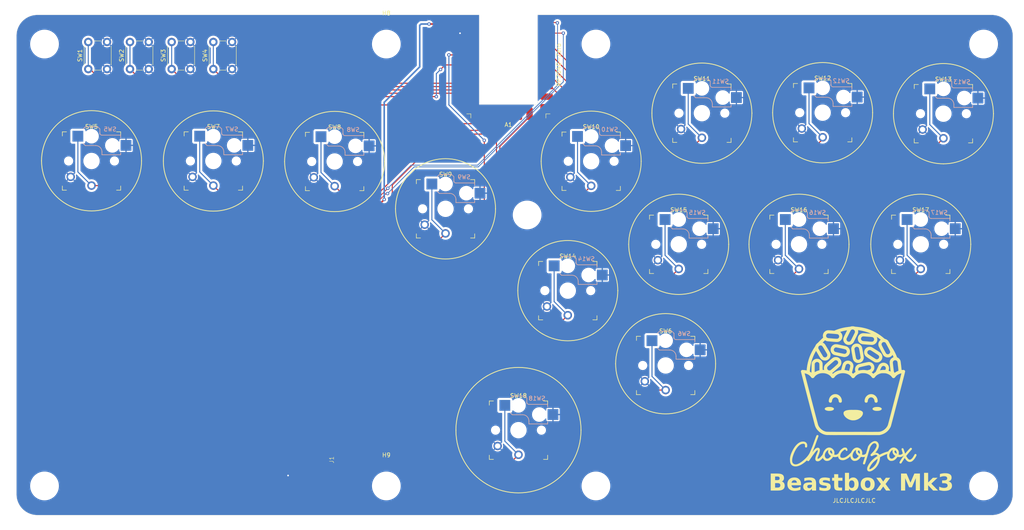
<source format=kicad_pcb>
(kicad_pcb (version 20221018) (generator pcbnew)
  (layers (0 "F.Cu" signal) (31 "B.Cu" signal) (34 "B.Paste" user) (35 "F.Paste" user) (36 "B.SilkS" user "B.Silkscreen") (37 "F.SilkS" user "F.Silkscreen") (38 "B.Mask" user) (39 "F.Mask" user) (44 "Edge.Cuts" user))
  (net 0 "")
  (net 1 "GND")
  (net 2 "LEFT")
  (net 3 "DOWN")
  (net 4 "RIGHT")
  (net 5 "UP")
  (net 6 "L1")
  (net 7 "R1")
  (net 8 "TRIANGLE")
  (net 9 "SQUARE")
  (net 10 "CIRCLE")
  (net 11 "CROSS")
  (net 12 "R2")
  (net 13 "L2")
  (net 14 "OPT1")
  (net 15 "OPT2")
  (net 16 "OPT3")
  (net 17 "OPT4")
  (net 18 "D+")
  (net 19 "D-")
  (net 21 "+5V")
  (net 22 "L3")
  (net 23 "R3")
  (footprint "Kailh:Kailh_socket_PG1350_optional" (layer "F.Cu") (at 95.595 65.07)
    (fp_text reference "SW8")
    (fp_text value "SW_Push")
  )
  (footprint "Kailh:Kailh_socket_PG1350_optional" (layer "F.Cu") (at 122.195 76.42)
    (fp_text reference "SW9")
    (fp_text value "SW_Push")
  )
  (footprint "Kailh:Kailh_socket_PG1350_optional" (layer "F.Cu") (at 139.695 129.52)
    (fp_text reference "SW18")
    (fp_text value "SW_Push")
  )
  (footprint "Kailh:Kailh_socket_PG1350_optional" (layer "F.Cu") (at 157.135 65.01)
    (fp_text reference "SW10")
    (fp_text value "SW_Push")
  )
  (footprint "Kailh:Kailh_socket_PG1350_optional" (layer "F.Cu") (at 183.695 53.48)
    (fp_text reference "SW11")
    (fp_text value "SW_Push")
  )
  (footprint "Kailh:Kailh_socket_PG1350_optional" (layer "F.Cu") (at 212.665 53.36)
    (fp_text reference "SW12")
    (fp_text value "SW_Push")
  )
  (footprint "Kailh:Kailh_socket_PG1350_optional" (layer "F.Cu") (at 241.635 53.6)
    (fp_text reference "SW13")
    (fp_text value "SW_Push")
  )
  (footprint "Kailh:Kailh_socket_PG1350_optional" (layer "F.Cu") (at 151.525 96.05)
    (fp_text reference "SW14")
    (fp_text value "SW_Push")
  )
  (footprint "Kailh:Kailh_socket_PG1350_optional" (layer "F.Cu") (at 178.135 84.94)
    (fp_text reference "SW15")
    (fp_text value "SW_Push")
  )
  (footprint "Kailh:Kailh_socket_PG1350_optional" (layer "F.Cu") (at 206.985 84.94)
    (fp_text reference "SW16")
    (fp_text value "SW_Push")
  )
  (footprint "Kailh:Kailh_socket_PG1350_optional" (layer "F.Cu") (at 236.195 84.94)
    (fp_text reference "SW17")
    (fp_text value "SW_Push")
  )
  (footprint "MountingHole:MountingHole_6.4mm_M6" (layer "F.Cu") (at 26 36.9)
    (fp_text reference "H1" hide)
    (fp_text value "MountingHole")
  )
  (footprint "MountingHole:MountingHole_6.4mm_M6" (layer "F.Cu") (at 26 142.9)
    (fp_text reference "H4" hide)
    (fp_text value "MountingHole")
  )
  (footprint "MountingHole:MountingHole_6.4mm_M6" (layer "F.Cu") (at 251.275 142.9)
    (fp_text reference "H6" hide)
    (fp_text value "MountingHole")
  )
  (footprint "MountingHole:MountingHole_6.4mm_M6" (layer "F.Cu") (at 251.275 36.9)
    (fp_text reference "H3" hide)
    (fp_text value "MountingHole")
  )
  (footprint "Kailh:Kailh_socket_PG1350_optional" (layer "F.Cu") (at 66.5 64.95)
    (fp_text reference "SW7")
    (fp_text value "SW_Push")
  )
  (footprint "MountingHole:MountingHole_6.4mm_M6" (layer "F.Cu") (at 158.275 36.9)
    (fp_text reference "H2" hide)
    (fp_text value "MountingHole")
  )
  (footprint "Button_Switch_THT:SW_PUSH_6mm_H5mm" (layer "F.Cu") (at 66.5 42.9 90)
    (fp_text reference "SW4")
    (fp_text value "SW_Push")
  )
  (footprint "Button_Switch_THT:SW_PUSH_6mm_H5mm" (layer "F.Cu") (at 46.5 42.9 90)
    (fp_text reference "SW2")
    (fp_text value "SW_Push")
  )
  (footprint "Kailh:Kailh_socket_PG1350_optional" (layer "F.Cu") (at 37.275 64.95)
    (fp_text reference "SW5")
    (fp_text value "SW_Push")
  )
  (footprint "Button_Switch_THT:SW_PUSH_6mm_H5mm" (layer "F.Cu") (at 36.5 42.9 90)
    (fp_text reference "SW1")
    (fp_text value "SW_Push")
  )
  (footprint "Button_Switch_THT:SW_PUSH_6mm_H5mm" (layer "F.Cu") (at 56.5 42.9 90)
    (fp_text reference "SW3")
    (fp_text value "SW_Push")
  )
  (footprint "Kailh:Kailh_socket_PG1350_optional" (layer "F.Cu") (at 175 114)
    (fp_text reference "SW6")
    (fp_text value "SW_Push")
  )
  (footprint "MountingHole:MountingHole_6.4mm_M6" (layer "F.Cu") (at 141.775 77.9)
    (fp_text reference "H7" hide)
    (fp_text value "MountingHole")
  )
  (footprint "MountingHole:MountingHole_6.4mm_M6" (layer "F.Cu") (at 158.275 142.9)
    (fp_text reference "H5" hide)
    (fp_text value "MountingHole")
  )
  (footprint ".svg2shenzhen-cache:silk" (layer "F.Cu") (at 220 122)
    (fp_text reference "Ref**" hide)
    (fp_text value "Val**" hide)
  )
  (footprint "RP2040-Zero:RP2040-Zero" (layer "F.Cu") (at 137.275 41.9)
    (fp_text reference "A1")
    (fp_text value "RP2040-Zero")
  )
  (footprint "MountingHole:MountingHole_6.4mm_M6" (layer "F.Cu") (at 108 36.9)
    (fp_text reference "H8")
    (fp_text value "MountingHole")
  )
  (footprint "MountingHole:MountingHole_6.4mm_M6" (layer "F.Cu") (at 108 142.9)
    (fp_text reference "H9")
    (fp_text value "MountingHole")
  )
  (footprint "USB-Pads:USB Pads" (layer "F.Cu") (at 88.725 136.64 90)
    (fp_text reference "J1")
    (fp_text value "USB_A")
  )
  (gr_line (start 224.657567 53.363258) (end 224.657567 53.363258) (stroke (width 0.2)) (layer "F.SilkS"))
  (gr_line (start 253.630098 53.599766) (end 253.630098 53.599766) (stroke (width 0.2)) (layer "F.SilkS"))
  (gr_curve (pts (xy 83.595345 65.07053) (xy 83.595345 60.773617) (xy 85.881529 56.803105) (xy 89.592714 54.654648)) (stroke (width 0.2)) (layer "F.SilkS"))
  (gr_curve (pts (xy 101.587452 54.654648) (xy 105.298636 56.803105) (xy 107.584821 60.773617) (xy 107.584821 65.07053)) (stroke (width 0.2)) (layer "F.SilkS"))
  (gr_curve (pts (xy 189.687661 63.8974) (xy 185.976476 66.045857) (xy 181.404108 66.045857) (xy 177.692923 63.8974)) (stroke (width 0.2)) (layer "F.SilkS"))
  (gr_curve (pts (xy 242.193028 74.521539) (xy 245.904213 76.669996) (xy 248.190397 80.640507) (xy 248.190397 84.937421)) (stroke (width 0.2)) (layer "F.SilkS"))
  (gr_line (start 195.68503 53.481518) (end 195.68503 53.481518) (stroke (width 0.2)) (layer "F.SilkS"))
  (gr_curve (pts (xy 242.193028 95.353303) (xy 238.481843 97.501759) (xy 233.909475 97.501759) (xy 230.19829 95.353303)) (stroke (width 0.2)) (layer "F.SilkS"))
  (gr_curve (pts (xy 132.188745 142.549412) (xy 127.546238 139.8618) (xy 124.686337 134.894889) (xy 124.686337 129.519665)) (stroke (width 0.2)) (layer "F.SilkS"))
  (gr_curve (pts (xy 212.98393 95.353303) (xy 209.272745 97.501759) (xy 204.700377 97.501759) (xy 200.989192 95.353303)) (stroke (width 0.2)) (layer "F.SilkS"))
  (gr_curve (pts (xy 200.989192 74.521539) (xy 204.700377 72.373082) (xy 209.272745 72.373082) (xy 212.98393 74.521539)) (stroke (width 0.2)) (layer "F.SilkS"))
  (gr_curve (pts (xy 248.190397 84.937421) (xy 248.190397 89.234334) (xy 245.904213 93.204846) (xy 242.193028 95.353303)) (stroke (width 0.2)) (layer "F.SilkS"))
  (gr_curve (pts (xy 151.140684 75.430868) (xy 147.429499 73.282411) (xy 145.143315 69.3119) (xy 145.143315 65.014986)) (stroke (width 0.2)) (layer "F.SilkS"))
  (gr_curve (pts (xy 218.981299 84.937421) (xy 218.981299 89.234334) (xy 216.695115 93.204846) (xy 212.98393 95.353303)) (stroke (width 0.2)) (layer "F.SilkS"))
  (gr_curve (pts (xy 163.002631 113.584118) (xy 163.002631 109.287205) (xy 165.288816 105.316693) (xy 169 103.168238)) (stroke (width 0.2)) (layer "F.SilkS"))
  (gr_curve (pts (xy 218.660198 42.947376) (xy 222.371383 45.095832) (xy 224.657567 49.066344) (xy 224.657567 53.363258)) (stroke (width 0.2)) (layer "F.SilkS"))
  (gr_line (start 190.127021 84.937421) (end 190.127021 84.937421) (stroke (width 0.2)) (layer "F.SilkS"))
  (gr_curve (pts (xy 230.19829 95.353303) (xy 226.487105 93.204846) (xy 224.200921 89.234334) (xy 224.200921 84.937421)) (stroke (width 0.2)) (layer "F.SilkS"))
  (gr_curve (pts (xy 101.587452 75.486412) (xy 97.876267 77.634869) (xy 93.303899 77.634869) (xy 89.592714 75.486412)) (stroke (width 0.2)) (layer "F.SilkS"))
  (gr_curve (pts (xy 184.129652 95.353303) (xy 180.418467 97.501759) (xy 175.846099 97.501759) (xy 172.134914 95.353303)) (stroke (width 0.2)) (layer "F.SilkS"))
  (gr_line (start 248.190397 84.937421) (end 248.190397 84.937421) (stroke (width 0.2)) (layer "F.SilkS"))
  (gr_curve (pts (xy 194.991823 84.937421) (xy 194.991823 80.640507) (xy 197.278008 76.669996) (xy 200.989192 74.521539)) (stroke (width 0.2)) (layer "F.SilkS"))
  (gr_curve (pts (xy 147.193561 142.549412) (xy 142.551055 145.237024) (xy 136.831251 145.237024) (xy 132.188745 142.549412)) (stroke (width 0.2)) (layer "F.SilkS"))
  (gr_curve (pts (xy 177.692923 43.065636) (xy 181.404108 40.91718) (xy 185.976476 40.91718) (xy 189.687661 43.065636)) (stroke (width 0.2)) (layer "F.SilkS"))
  (gr_curve (pts (xy 169 103.168238) (xy 172.711185 101.01978) (xy 177.283553 101.01978) (xy 180.994738 103.168238)) (stroke (width 0.2)) (layer "F.SilkS"))
  (gr_curve (pts (xy 180.994738 103.168238) (xy 184.705923 105.316693) (xy 186.992107 109.287205) (xy 186.992107 113.584118)) (stroke (width 0.2)) (layer "F.SilkS"))
  (gr_curve (pts (xy 72.496646 54.536398) (xy 76.207831 56.684855) (xy 78.494015 60.655367) (xy 78.494015 64.95228)) (stroke (width 0.2)) (layer "F.SilkS"))
  (gr_curve (pts (xy 253.630098 53.599766) (xy 253.630097 60.242218) (xy 248.25987 65.62699) (xy 241.63536 65.62699)) (stroke (width 0.2)) (layer "F.SilkS"))
  (gr_curve (pts (xy 169.132791 65.014986) (xy 169.132791 69.3119) (xy 166.846607 73.282411) (xy 163.135422 75.430868)) (stroke (width 0.2)) (layer "F.SilkS"))
  (gr_curve (pts (xy 60.501909 54.536398) (xy 64.213093 52.387941) (xy 68.785462 52.387941) (xy 72.496646 54.536398)) (stroke (width 0.2)) (layer "F.SilkS"))
  (gr_curve (pts (xy 139.530108 96.053426) (xy 139.530108 91.756513) (xy 141.816293 87.786001) (xy 145.527477 85.637546)) (stroke (width 0.2)) (layer "F.SilkS"))
  (gr_curve (pts (xy 200.668091 53.363258) (xy 200.668091 49.066344) (xy 202.954275 45.095832) (xy 206.66546 42.947376)) (stroke (width 0.2)) (layer "F.SilkS"))
  (gr_curve (pts (xy 186.992107 113.584118) (xy 186.992107 117.881032) (xy 184.705923 121.851544) (xy 180.994738 124)) (stroke (width 0.2)) (layer "F.SilkS"))
  (gr_curve (pts (xy 128.194904 86.838924) (xy 124.483719 88.98738) (xy 119.911351 88.98738) (xy 116.200166 86.838924)) (stroke (width 0.2)) (layer "F.SilkS"))
  (gr_curve (pts (xy 169 124) (xy 165.288816 121.851544) (xy 163.002631 117.881032) (xy 163.002631 113.584118)) (stroke (width 0.2)) (layer "F.SilkS"))
  (gr_curve (pts (xy 110.202798 76.423042) (xy 110.202798 72.126128) (xy 112.488982 68.155617) (xy 116.200166 66.00716)) (stroke (width 0.2)) (layer "F.SilkS"))
  (gr_curve (pts (xy 145.527477 85.637546) (xy 149.238662 83.489088) (xy 153.81103 83.489088) (xy 157.522215 85.637546)) (stroke (width 0.2)) (layer "F.SilkS"))
  (gr_curve (pts (xy 163.135422 54.599104) (xy 166.846607 56.747561) (xy 169.132791 60.718073) (xy 169.132791 65.014986)) (stroke (width 0.2)) (layer "F.SilkS"))
  (gr_curve (pts (xy 230.19829 74.521539) (xy 233.909475 72.373082) (xy 238.481843 72.373082) (xy 242.193028 74.521539)) (stroke (width 0.2)) (layer "F.SilkS"))
  (gr_line (start 163.519584 96.053426) (end 163.519584 96.053426) (stroke (width 0.2)) (layer "F.SilkS"))
  (gr_curve (pts (xy 190.127021 84.937421) (xy 190.127021 89.234334) (xy 187.840837 93.204846) (xy 184.129652 95.353303)) (stroke (width 0.2)) (layer "F.SilkS"))
  (gr_curve (pts (xy 147.193561 116.489918) (xy 151.836067 119.177529) (xy 154.695969 124.144441) (xy 154.695969 129.519665)) (stroke (width 0.2)) (layer "F.SilkS"))
  (gr_curve (pts (xy 72.496646 75.368162) (xy 68.785462 77.516619) (xy 64.213093 77.516619) (xy 60.501909 75.368162)) (stroke (width 0.2)) (layer "F.SilkS"))
  (gr_curve (pts (xy 235.637991 43.183884) (xy 239.349176 41.035427) (xy 243.921544 41.035427) (xy 247.632729 43.183884)) (stroke (width 0.2)) (layer "F.SilkS"))
  (gr_curve (pts (xy 177.692923 63.8974) (xy 173.981739 61.748943) (xy 171.695555 57.778432) (xy 171.695555 53.481518)) (stroke (width 0.2)) (layer "F.SilkS"))
  (gr_curve (pts (xy 124.686337 129.519665) (xy 124.686337 124.144441) (xy 127.546238 119.177529) (xy 132.188745 116.489918)) (stroke (width 0.2)) (layer "F.SilkS"))
  (gr_curve (pts (xy 43.277631 75.315882) (xy 39.566447 77.464339) (xy 34.994078 77.464339) (xy 31.282894 75.315882)) (stroke (width 0.2)) (layer "F.SilkS"))
  (gr_line (start 169.132791 65.014986) (end 169.132791 65.014986) (stroke (width 0.2)) (layer "F.SilkS"))
  (gr_curve (pts (xy 157.522215 85.637546) (xy 161.2334 87.786001) (xy 163.519584 91.756513) (xy 163.519584 96.053426)) (stroke (width 0.2)) (layer "F.SilkS"))
  (gr_curve (pts (xy 224.200921 84.937421) (xy 224.200921 80.640507) (xy 226.487105 76.669996) (xy 230.19829 74.521539)) (stroke (width 0.2)) (layer "F.SilkS"))
  (gr_curve (pts (xy 172.134914 95.353303) (xy 168.423729 93.204846) (xy 166.137545 89.234334) (xy 166.137545 84.937421)) (stroke (width 0.2)) (layer "F.SilkS"))
  (gr_curve (pts (xy 189.687661 43.065636) (xy 193.398846 45.214093) (xy 195.68503 49.184605) (xy 195.68503 53.481518)) (stroke (width 0.2)) (layer "F.SilkS"))
  (gr_curve (pts (xy 172.134914 74.521539) (xy 175.846099 72.373082) (xy 180.418467 72.373082) (xy 184.129652 74.521539)) (stroke (width 0.2)) (layer "F.SilkS"))
  (gr_curve (pts (xy 247.632729 43.183884) (xy 251.343914 45.332341) (xy 253.630098 49.302853) (xy 253.630098 53.599766)) (stroke (width 0.2)) (layer "F.SilkS"))
  (gr_curve (pts (xy 78.494015 64.95228) (xy 78.494015 69.249193) (xy 76.207831 73.219705) (xy 72.496646 75.368162)) (stroke (width 0.2)) (layer "F.SilkS"))
  (gr_curve (pts (xy 171.695555 53.481518) (xy 171.695555 49.184605) (xy 173.981739 45.214093) (xy 177.692923 43.065636)) (stroke (width 0.2)) (layer "F.SilkS"))
  (gr_line (start 78.494015 64.95228) (end 78.494015 64.95228) (stroke (width 0.2)) (layer "F.SilkS"))
  (gr_curve (pts (xy 116.200166 66.00716) (xy 119.911351 63.858703) (xy 124.483719 63.858703) (xy 128.194904 66.00716)) (stroke (width 0.2)) (layer "F.SilkS"))
  (gr_curve (pts (xy 154.695969 129.519665) (xy 154.695969 134.894889) (xy 151.836067 139.8618) (xy 147.193561 142.549412)) (stroke (width 0.2)) (layer "F.SilkS"))
  (gr_curve (pts (xy 166.137545 84.937421) (xy 166.137545 80.640507) (xy 168.423729 76.669996) (xy 172.134914 74.521539)) (stroke (width 0.2)) (layer "F.SilkS"))
  (gr_curve (pts (xy 25.285525 64.9) (xy 25.285525 60.603087) (xy 27.571709 56.632575) (xy 31.282894 54.484118)) (stroke (width 0.2)) (layer "F.SilkS"))
  (gr_curve (pts (xy 128.194904 66.00716) (xy 131.906089 68.155617) (xy 134.192273 72.126128) (xy 134.192273 76.423042)) (stroke (width 0.2)) (layer "F.SilkS"))
  (gr_curve (pts (xy 132.188745 116.489918) (xy 136.831251 113.802306) (xy 142.551055 113.802306) (xy 147.193561 116.489918)) (stroke (width 0.2)) (layer "F.SilkS"))
  (gr_curve (pts (xy 116.200166 86.838924) (xy 112.488982 84.690467) (xy 110.202798 80.719955) (xy 110.202798 76.423042)) (stroke (width 0.2)) (layer "F.SilkS"))
  (gr_curve (pts (xy 218.660198 63.779139) (xy 214.949013 65.927596) (xy 210.376645 65.927596) (xy 206.66546 63.779139)) (stroke (width 0.2)) (layer "F.SilkS"))
  (gr_curve (pts (xy 229.640622 53.599766) (xy 229.640622 49.302853) (xy 231.926806 45.332341) (xy 235.637991 43.183884)) (stroke (width 0.2)) (layer "F.SilkS"))
  (gr_curve (pts (xy 31.282894 75.315882) (xy 27.571709 73.167425) (xy 25.285525 69.196913) (xy 25.285525 64.9)) (stroke (width 0.2)) (layer "F.SilkS"))
  (gr_curve (pts (xy 89.592714 75.486412) (xy 85.881529 73.337955) (xy 83.595345 69.367444) (xy 83.595345 65.07053)) (stroke (width 0.2)) (layer "F.SilkS"))
  (gr_curve (pts (xy 195.68503 53.481518) (xy 195.68503 57.778432) (xy 193.398846 61.748943) (xy 189.687661 63.8974)) (stroke (width 0.2)) (layer "F.SilkS"))
  (gr_curve (pts (xy 206.66546 63.779139) (xy 202.954275 61.630683) (xy 200.668091 57.660171) (xy 200.668091 53.363258)) (stroke (width 0.2)) (layer "F.SilkS"))
  (gr_curve (pts (xy 31.282894 54.484118) (xy 34.994078 52.335661) (xy 39.566447 52.335661) (xy 43.277631 54.484118)) (stroke (width 0.2)) (layer "F.SilkS"))
  (gr_curve (pts (xy 145.527477 106.469308) (xy 141.816293 104.320852) (xy 139.530108 100.35034) (xy 139.530108 96.053426)) (stroke (width 0.2)) (layer "F.SilkS"))
  (gr_curve (pts (xy 89.592714 54.654648) (xy 93.303899 52.506192) (xy 97.876267 52.506192) (xy 101.587452 54.654648)) (stroke (width 0.2)) (layer "F.SilkS"))
  (gr_curve (pts (xy 145.143315 65.014986) (xy 145.143315 60.718073) (xy 147.429499 56.747561) (xy 151.140684 54.599104)) (stroke (width 0.2)) (layer "F.SilkS"))
  (gr_line (start 134.192273 76.423042) (end 134.192273 76.423042) (stroke (width 0.2)) (layer "F.SilkS"))
  (gr_line (start 107.584821 65.07053) (end 107.584821 65.07053) (stroke (width 0.2)) (layer "F.SilkS"))
  (gr_curve (pts (xy 157.522215 106.469308) (xy 153.81103 108.617765) (xy 149.238662 108.617765) (xy 145.527477 106.469308)) (stroke (width 0.2)) (layer "F.SilkS"))
  (gr_curve (pts (xy 163.519584 96.053426) (xy 163.519584 100.35034) (xy 161.2334 104.320852) (xy 157.522215 106.469308)) (stroke (width 0.2)) (layer "F.SilkS"))
  (gr_curve (pts (xy 107.584821 65.07053) (xy 107.584821 69.367444) (xy 105.298636 73.337955) (xy 101.587452 75.486412)) (stroke (width 0.2)) (layer "F.SilkS"))
  (gr_curve (pts (xy 180.994738 124) (xy 177.283553 126.148457) (xy 172.711185 126.148457) (xy 169 124)) (stroke (width 0.2)) (layer "F.SilkS"))
  (gr_curve (pts (xy 200.989192 95.353303) (xy 197.278008 93.204846) (xy 194.991823 89.234334) (xy 194.991823 84.937421)) (stroke (width 0.2)) (layer "F.SilkS"))
  (gr_curve (pts (xy 184.129652 74.521539) (xy 187.840837 76.669996) (xy 190.127021 80.640507) (xy 190.127021 84.937421)) (stroke (width 0.2)) (layer "F.SilkS"))
  (gr_curve (pts (xy 60.501909 75.368162) (xy 56.790724 73.219705) (xy 54.50454 69.249193) (xy 54.50454 64.95228)) (stroke (width 0.2)) (layer "F.SilkS"))
  (gr_curve (pts (xy 54.50454 64.95228) (xy 54.50454 60.655367) (xy 56.790724 56.684855) (xy 60.501909 54.536398)) (stroke (width 0.2)) (layer "F.SilkS"))
  (gr_line (start 154.695969 129.519665) (end 154.695969 129.519665) (stroke (width 0.2)) (layer "F.SilkS"))
  (gr_curve (pts (xy 134.192273 76.423042) (xy 134.192273 80.719955) (xy 131.906089 84.690467) (xy 128.194904 86.838924)) (stroke (width 0.2)) (layer "F.SilkS"))
  (gr_curve (pts (xy 241.63536 65.62699) (xy 235.01085 65.62699) (xy 229.640623 60.242218) (xy 229.640622 53.599766)) (stroke (width 0.2)) (layer "F.SilkS"))
  (gr_curve (pts (xy 163.135422 75.430868) (xy 159.424237 77.579325) (xy 154.851869 77.579325) (xy 151.140684 75.430868)) (stroke (width 0.2)) (layer "F.SilkS"))
  (gr_curve (pts (xy 212.98393 74.521539) (xy 216.695115 76.669996) (xy 218.981299 80.640507) (xy 218.981299 84.937421)) (stroke (width 0.2)) (layer "F.SilkS"))
  (gr_curve (pts (xy 206.66546 42.947376) (xy 210.376645 40.798919) (xy 214.949013 40.798919) (xy 218.660198 42.947376)) (stroke (width 0.2)) (layer "F.SilkS"))
  (gr_curve (pts (xy 224.657567 53.363258) (xy 224.657567 57.660171) (xy 222.371383 61.630683) (xy 218.660198 63.779139)) (stroke (width 0.2)) (layer "F.SilkS"))
  (gr_curve (pts (xy 151.140684 54.599104) (xy 154.851869 52.450648) (xy 159.424237 52.450648) (xy 163.135422 54.599104)) (stroke (width 0.2)) (layer "F.SilkS"))
  (gr_line (start 218.981299 84.937421) (end 218.981299 84.937421) (stroke (width 0.2)) (layer "F.SilkS"))
  (gr_curve (pts (xy 49.275 64.9) (xy 49.275 69.196913) (xy 46.988816 73.167425) (xy 43.277631 75.315882)) (stroke (width 0.2)) (layer "F.SilkS"))
  (gr_curve (pts (xy 43.277631 54.484118) (xy 46.988816 56.632575) (xy 49.275 60.603087) (xy 49.275 64.9)) (stroke (width 0.2)) (layer "F.SilkS"))
  (gr_line (start 258.275 34.9) (end 258.275 144.9) (stroke (width 0.05)) (layer "Edge.Cuts"))
  (gr_line (start 253.275 149.9) (end 24.27 149.9) (stroke (width 0.05)) (layer "Edge.Cuts"))
  (gr_line (start 19.27 144.9) (end 19.27 34.9) (stroke (width 0.05)) (layer "Edge.Cuts"))
  (gr_line (start 24.27 29.9) (end 130.275 29.9) (stroke (width 0.05)) (layer "Edge.Cuts"))
  (gr_line (start 144.275 29.9) (end 253.275 29.9) (stroke (width 0.05)) (layer "Edge.Cuts"))
  (gr_line (start 130.275 29.9) (end 130.275 51.4) (stroke (width 0.05)) (layer "Edge.Cuts"))
  (gr_arc (start 19.27 34.9) (mid 20.734466 31.364466) (end 24.27 29.9) (stroke (width 0.05)) (layer "Edge.Cuts"))
  (gr_line (start 144.275 51.4) (end 144.275 29.9) (stroke (width 0.05)) (layer "Edge.Cuts"))
  (gr_arc (start 24.27 149.9) (mid 20.734466 148.435534) (end 19.27 144.9) (stroke (width 0.05)) (layer "Edge.Cuts"))
  (gr_arc (start 258.275 144.9) (mid 256.810534 148.435534) (end 253.275 149.9) (stroke (width 0.05)) (layer "Edge.Cuts"))
  (gr_arc (start 253.275 29.9) (mid 256.810534 31.364466) (end 258.275 34.9) (stroke (width 0.05)) (layer "Edge.Cuts"))
  (gr_line (start 130.275 51.4) (end 144.275 51.4) (stroke (width 0.05)) (layer "Edge.Cuts"))
  (gr_text "RP2040-Zero" (at 149.375 41.9 90) (layer "F.SilkS") (effects (font (size 1 1))))
  (gr_text "JLCJLCJLCJLC" (at 215 147) (layer "F.SilkS") (effects (font (size 1 1)) (justify left bottom)))
  (gr_text "Beastbox Mk3" (at 199.691073 144.687448) (layer "F.SilkS") (effects (font (size 4 4)) (justify left bottom)))
  (segment (start 85.225 139.6) (end 84.425 140.4) (width 0.381) (layer "F.Cu") (net 1))
  (segment (start 125.695 34.28) (end 125.675 34.3) (width 0.381) (layer "F.Cu") (net 1))
  (segment (start 85.225 136.64) (end 85.225 139.6) (width 0.381) (layer "F.Cu") (net 1))
  (segment (start 128.115 34.28) (end 125.695 34.28) (width 0.381) (layer "F.Cu") (net 1))
  (via (at 125.675 34.3) (size 0.8) (drill 0.4) (layers "F.Cu" "B.Cu") (net 1))
  (via (at 84.425 140.4) (size 0.8) (drill 0.4) (layers "F.Cu" "B.Cu") (net 1))
  (segment (start 116.975 51.5) (end 85.425 51.5) (width 0.254) (layer "F.Cu") (net 2))
  (segment (start 77.025 76.8) (end 72.45 76.8) (width 0.254) (layer "F.Cu") (net 2))
  (segment (start 85.425 51.5) (end 80.575 56.35) (width 0.254) (layer "F.Cu") (net 2))
  (segment (start 80.575 73.25) (end 77.025 76.8) (width 0.254) (layer "F.Cu") (net 2))
  (segment (start 130.675 56) (end 121.475 56) (width 0.254) (layer "F.Cu") (net 2))
  (segment (start 121.475 56) (end 116.975 51.5) (width 0.254) (layer "F.Cu") (net 2))
  (segment (start 132.195 53.6) (end 132.195 54.48) (width 0.254) (layer "F.Cu") (net 2))
  (segment (start 80.575 56.35) (end 80.575 73.25) (width 0.254) (layer "F.Cu") (net 2))
  (segment (start 72.45 76.8) (end 66.5 70.85) (width 0.254) (layer "F.Cu") (net 2))
  (segment (start 132.195 54.48) (end 130.675 56) (width 0.254) (layer "F.Cu") (net 2))
  (segment (start 66.5 70.85) (end 63.225 67.575) (width 0.254) (layer "B.Cu") (net 2))
  (segment (start 63.225 67.575) (end 63.225 59) (width 0.254) (layer "B.Cu") (net 2))
  (segment (start 134.735 54.44) (end 131.575 57.6) (width 0.254) (layer "F.Cu") (net 3))
  (segment (start 121.225 57.6) (end 102.325 76.5) (width 0.254) (layer "F.Cu") (net 3))
  (segment (start 134.735 53.6) (end 134.735 54.44) (width 0.254) (layer "F.Cu") (net 3))
  (segment (start 131.575 57.6) (end 121.225 57.6) (width 0.254) (layer "F.Cu") (net 3))
  (segment (start 101.125 76.5) (end 95.595 70.97) (width 0.254) (layer "F.Cu") (net 3))
  (segment (start 102.325 76.5) (end 101.125 76.5) (width 0.254) (layer "F.Cu") (net 3))
  (segment (start 92.32 59.12) (end 92.32 67.695) (width 0.254) (layer "B.Cu") (net 3))
  (segment (start 92.32 67.695) (end 95.595 70.97) (width 0.254) (layer "B.Cu") (net 3))
  (segment (start 112.275 88.05) (end 116.465 88.05) (width 0.254) (layer "F.Cu") (net 4))
  (segment (start 116.465 88.05) (end 122.195 82.32) (width 0.254) (layer "F.Cu") (net 4))
  (segment (start 137.275 54.4) (end 133.175 58.5) (width 0.254) (layer "F.Cu") (net 4))
  (segment (start 133.175 58.5) (end 121.625 58.5) (width 0.254) (layer "F.Cu") (net 4))
  (segment (start 109.425 70.7) (end 109.425 85.2) (width 0.254) (layer "F.Cu") (net 4))
  (segment (start 137.275 53.6) (end 137.275 54.4) (width 0.254) (layer "F.Cu") (net 4))
  (segment (start 109.425 85.2) (end 112.275 88.05) (width 0.254) (layer "F.Cu") (net 4))
  (segment (start 121.625 58.5) (end 109.425 70.7) (width 0.254) (layer "F.Cu") (net 4))
  (segment (start 118.92 70.47) (end 118.92 79.045) (width 0.254) (layer "B.Cu") (net 4))
  (segment (start 118.92 79.045) (end 122.195 82.32) (width 0.254) (layer "B.Cu") (net 4))
  (segment (start 139.815 53.6) (end 139.815 54.26) (width 0.254) (layer "F.Cu") (net 5))
  (segment (start 139.815 54.26) (end 134.42099 59.65401) (width 0.254) (layer "F.Cu") (net 5))
  (segment (start 122.475 140.4) (end 125.725 143.65) (width 0.254) (layer "F.Cu") (net 5))
  (segment (start 134.42099 102.70401) (end 122.475 114.65) (width 0.254) (layer "F.Cu") (net 5))
  (segment (start 125.725 143.65) (end 131.465 143.65) (width 0.254) (layer "F.Cu") (net 5))
  (segment (start 122.475 114.65) (end 122.475 140.4) (width 0.254) (layer "F.Cu") (net 5))
  (segment (start 131.465 143.65) (end 139.695 135.42) (width 0.254) (layer "F.Cu") (net 5))
  (segment (start 134.42099 59.65401) (end 134.42099 102.70401) (width 0.254) (layer "F.Cu") (net 5))
  (segment (start 136.42 123.57) (end 136.42 132.145) (width 0.254) (layer "B.Cu") (net 5))
  (segment (start 136.42 132.145) (end 139.695 135.42) (width 0.254) (layer "B.Cu") (net 5))
  (segment (start 146.435 36.82) (end 147.195 36.82) (width 0.254) (layer "F.Cu") (net 6))
  (segment (start 161.65 46.5) (end 169.85 38.3) (width 0.254) (layer "F.Cu") (net 6))
  (segment (start 147.195 36.82) (end 156.875 46.5) (width 0.254) (layer "F.Cu") (net 6))
  (segment (start 236.085 65.05) (end 241.635 59.5) (width 0.254) (layer "F.Cu") (net 6))
  (segment (start 231.675 65.05) (end 236.085 65.05) (width 0.254) (layer "F.Cu") (net 6))
  (segment (start 156.875 46.5) (end 161.65 46.5) (width 0.254) (layer "F.Cu") (net 6))
  (segment (start 169.85 38.3) (end 218.725 38.3) (width 0.254) (layer "F.Cu") (net 6))
  (segment (start 218.725 38.3) (end 228.075 47.65) (width 0.254) (layer "F.Cu") (net 6))
  (segment (start 228.075 47.65) (end 228.075 61.45) (width 0.254) (layer "F.Cu") (net 6))
  (segment (start 228.075 61.45) (end 231.675 65.05) (width 0.254) (layer "F.Cu") (net 6))
  (segment (start 238.36 56.225) (end 241.635 59.5) (width 0.254) (layer "B.Cu") (net 6))
  (segment (start 238.36 47.65) (end 238.36 56.225) (width 0.254) (layer "B.Cu") (net 6))
  (segment (start 147.275 41.9) (end 153.475 48.1) (width 0.254) (layer "F.Cu") (net 7))
  (segment (start 199.175 62.75) (end 202.175 65.75) (width 0.254) (layer "F.Cu") (net 7))
  (segment (start 153.475 48.1) (end 162.475 48.1) (width 0.254) (layer "F.Cu") (net 7))
  (segment (start 212.665 59.71) (end 212.665 59.26) (width 0.254) (layer "F.Cu") (net 7))
  (segment (start 206.625 65.75) (end 212.665 59.71) (width 0.254) (layer "F.Cu") (net 7))
  (segment (start 162.475 48.1) (end 170.675 39.9) (width 0.254) (layer "F.Cu") (net 7))
  (segment (start 202.175 65.75) (end 206.625 65.75) (width 0.254) (layer "F.Cu") (net 7))
  (segment (start 192.525 39.9) (end 199.175 46.55) (width 0.254) (layer "F.Cu") (net 7))
  (segment (start 170.675 39.9) (end 192.525 39.9) (width 0.254) (layer "F.Cu") (net 7))
  (segment (start 199.175 46.55) (end 199.175 62.75) (width 0.254) (layer "F.Cu") (net 7))
  (segment (start 209.39 47.41) (end 209.39 55.985) (width 0.254) (layer "B.Cu") (net 7))
  (segment (start 209.39 55.985) (end 212.665 59.26) (width 0.254) (layer "B.Cu") (net 7))
  (segment (start 146.435 46.98) (end 147.355 46.98) (width 0.254) (layer "F.Cu") (net 8))
  (segment (start 165.275 51.5) (end 170.925 57.15) (width 0.254) (layer "F.Cu") (net 8))
  (segment (start 151.875 51.5) (end 165.275 51.5) (width 0.254) (layer "F.Cu") (net 8))
  (segment (start 170.925 57.15) (end 170.925 61.65) (width 0.254) (layer "F.Cu") (net 8))
  (segment (start 178.125 64.95) (end 183.695 59.38) (width 0.254) (layer "F.Cu") (net 8))
  (segment (start 174.225 64.95) (end 178.125 64.95) (width 0.254) (layer "F.Cu") (net 8))
  (segment (start 170.925 61.65) (end 174.225 64.95) (width 0.254) (layer "F.Cu") (net 8))
  (segment (start 147.355 46.98) (end 151.875 51.5) (width 0.254) (layer "F.Cu") (net 8))
  (segment (start 180.42 47.53) (end 180.42 56.105) (width 0.254) (layer "B.Cu") (net 8))
  (segment (start 180.42 56.105) (end 183.695 59.38) (width 0.254) (layer "B.Cu") (net 8))
  (segment (start 143.375 69.5) (end 150.125 76.25) (width 0.254) (layer "F.Cu") (net 9))
  (segment (start 146.435 52.06) (end 147.235 52.06) (width 0.254) (layer "F.Cu") (net 9))
  (segment (start 143.375 59.8) (end 143.375 69.5) (width 0.254) (layer "F.Cu") (net 9))
  (segment (start 151.795 76.25) (end 157.135 70.91) (width 0.254) (layer "F.Cu") (net 9))
  (segment (start 150.125 76.25) (end 151.795 76.25) (width 0.254) (layer "F.Cu") (net 9))
  (segment (start 148.175 53) (end 148.175 55) (width 0.254) (layer "F.Cu") (net 9))
  (segment (start 147.235 52.06) (end 148.175 53) (width 0.254) (layer "F.Cu") (net 9))
  (segment (start 148.175 55) (end 143.375 59.8) (width 0.254) (layer "F.Cu") (net 9))
  (segment (start 153.86 59.06) (end 153.86 67.635) (width 0.254) (layer "B.Cu") (net 9))
  (segment (start 153.86 67.635) (end 157.135 70.91) (width 0.254) (layer "B.Cu") (net 9))
  (segment (start 150.375 52.4) (end 164.8 52.4) (width 0.254) (layer "F.Cu") (net 10))
  (segment (start 170.025 72.85) (end 164.925 77.95) (width 0.254) (layer "F.Cu") (net 10))
  (segment (start 146.435 49.52) (end 147.495 49.52) (width 0.254) (layer "F.Cu") (net 10))
  (segment (start 164.925 92.85) (end 168.675 96.6) (width 0.254) (layer "F.Cu") (net 10))
  (segment (start 168.675 96.6) (end 172.375 96.6) (width 0.254) (layer "F.Cu") (net 10))
  (segment (start 170.025 57.625) (end 170.025 72.85) (width 0.254) (layer "F.Cu") (net 10))
  (segment (start 147.495 49.52) (end 150.375 52.4) (width 0.254) (layer "F.Cu") (net 10))
  (segment (start 164.925 77.95) (end 164.925 92.85) (width 0.254) (layer "F.Cu") (net 10))
  (segment (start 164.8 52.4) (end 170.025 57.625) (width 0.254) (layer "F.Cu") (net 10))
  (segment (start 172.375 96.6) (end 178.135 90.84) (width 0.254) (layer "F.Cu") (net 10))
  (segment (start 174.86 78.99) (end 174.86 87.565) (width 0.254) (layer "B.Cu") (net 10))
  (segment (start 174.86 87.565) (end 178.135 90.84) (width 0.254) (layer "B.Cu") (net 10))
  (segment (start 142.355 53.6) (end 142.355 54.32) (width 0.254) (layer "F.Cu") (net 11))
  (segment (start 145.525 107.95) (end 151.525 101.95) (width 0.254) (layer "F.Cu") (net 11))
  (segment (start 135.225 61.45) (end 135.225 102.7) (width 0.254) (layer "F.Cu") (net 11))
  (segment (start 140.475 107.95) (end 145.525 107.95) (width 0.254) (layer "F.Cu") (net 11))
  (segment (start 142.355 54.32) (end 135.225 61.45) (width 0.254) (layer "F.Cu") (net 11))
  (segment (start 135.225 102.7) (end 140.475 107.95) (width 0.254) (layer "F.Cu") (net 11))
  (segment (start 148.25 90.1) (end 148.25 98.675) (width 0.254) (layer "B.Cu") (net 11))
  (segment (start 148.25 98.675) (end 151.525 101.95) (width 0.254) (layer "B.Cu") (net 11))
  (segment (start 196.975 75.25) (end 192.525 79.7) (width 0.254) (layer "F.Cu") (net 12))
  (segment (start 190.625 40.7) (end 196.975 47.05) (width 0.254) (layer "F.Cu") (net 12))
  (segment (start 200.875 96.95) (end 206.985 90.84) (width 0.254) (layer "F.Cu") (net 12))
  (segment (start 146.435 44.44) (end 147.315 44.44) (width 0.254) (layer "F.Cu") (net 12))
  (segment (start 162.875 48.9) (end 171.075 40.7) (width 0.254) (layer "F.Cu") (net 12))
  (segment (start 196.975 47.05) (end 196.975 75.25) (width 0.254) (layer "F.Cu") (net 12))
  (segment (start 147.315 44.44) (end 151.775 48.9) (width 0.254) (layer "F.Cu") (net 12))
  (segment (start 192.525 92.6) (end 196.875 96.95) (width 0.254) (layer "F.Cu") (net 12))
  (segment (start 171.075 40.7) (end 190.625 40.7) (width 0.254) (layer "F.Cu") (net 12))
  (segment (start 196.875 96.95) (end 200.875 96.95) (width 0.254) (layer "F.Cu") (net 12))
  (segment (start 192.525 79.7) (end 192.525 92.6) (width 0.254) (layer "F.Cu") (net 12))
  (segment (start 151.775 48.9) (end 162.875 48.9) (width 0.254) (layer "F.Cu") (net 12))
  (segment (start 203.71 78.99) (end 203.71 87.565) (width 0.254) (layer "B.Cu") (net 12))
  (segment (start 203.71 87.565) (end 206.985 90.84) (width 0.254) (layer "B.Cu") (net 12))
  (segment (start 216.875 39.1) (end 226.275 48.5) (width 0.254) (layer "F.Cu") (net 13))
  (segment (start 222.275 79.15) (end 222.275 93.65) (width 0.254) (layer "F.Cu") (net 13))
  (segment (start 170.275 39.1) (end 216.875 39.1) (width 0.254) (layer "F.Cu") (net 13))
  (segment (start 226.275 75.15) (end 222.275 79.15) (width 0.254) (layer "F.Cu") (net 13))
  (segment (start 225.525 96.9) (end 230.135 96.9) (width 0.254) (layer "F.Cu") (net 13))
  (segment (start 146.435 39.36) (end 147.335 39.36) (width 0.254) (layer "F.Cu") (net 13))
  (segment (start 222.275 93.65) (end 225.525 96.9) (width 0.254) (layer "F.Cu") (net 13))
  (segment (start 230.135 96.9) (end 236.195 90.84) (width 0.254) (layer "F.Cu") (net 13))
  (segment (start 147.335 39.36) (end 155.275 47.3) (width 0.254) (layer "F.Cu") (net 13))
  (segment (start 226.275 48.5) (end 226.275 75.15) (width 0.254) (layer "F.Cu") (net 13))
  (segment (start 155.275 47.3) (end 162.075 47.3) (width 0.254) (layer "F.Cu") (net 13))
  (segment (start 162.075 47.3) (end 170.275 39.1) (width 0.254) (layer "F.Cu") (net 13))
  (segment (start 232.92 87.565) (end 236.195 90.84) (width 0.254) (layer "B.Cu") (net 13))
  (segment (start 232.92 78.99) (end 232.92 87.565) (width 0.254) (layer "B.Cu") (net 13))
  (segment (start 36.9 42.9) (end 36.5 42.9) (width 0.254) (layer "F.Cu") (net 14))
  (segment (start 128.115 52.06) (end 127.335 52.06) (width 0.254) (layer "F.Cu") (net 14))
  (segment (start 123.975 48.7) (end 42.7 48.7) (width 0.254) (layer "F.Cu") (net 14))
  (segment (start 42.7 48.7) (end 36.9 42.9) (width 0.254) (layer "F.Cu") (net 14))
  (segment (start 127.335 52.06) (end 123.975 48.7) (width 0.254) (layer "F.Cu") (net 14))
  (segment (start 36.5 36.4) (end 36.5 42.9) (width 0.254) (layer "B.Cu") (net 14))
  (segment (start 128.115 49.52) (end 126.995 49.52) (width 0.254) (layer "F.Cu") (net 15))
  (segment (start 51.5 47.9) (end 46.5 42.9) (width 0.254) (layer "F.Cu") (net 15))
  (segment (start 125.375 47.9) (end 51.5 47.9) (width 0.254) (layer "F.Cu") (net 15))
  (segment (start 126.995 49.52) (end 125.375 47.9) (width 0.254) (layer "F.Cu") (net 15))
  (segment (start 46.5 36.4) (end 46.5 42.9) (width 0.254) (layer "B.Cu") (net 15))
  (segment (start 128.115 46.98) (end 127.995 47.1) (width 0.254) (layer "F.Cu") (net 16))
  (segment (start 127.995 47.1) (end 60.7 47.1) (width 0.254) (layer "F.Cu") (net 16))
  (segment (start 60.7 47.1) (end 56.5 42.9) (width 0.254) (layer "F.Cu") (net 16))
  (segment (start 56.5 36.4) (end 56.5 42.9) (width 0.254) (layer "B.Cu") (net 16))
  (segment (start 128.115 44.44) (end 127.185 44.44) (width 0.254) (layer "F.Cu") (net 17))
  (segment (start 127.185 44.44) (end 125.325 46.3) (width 0.254) (layer "F.Cu") (net 17))
  (segment (start 69.9 46.3) (end 66.5 42.9) (width 0.254) (layer "F.Cu") (net 17))
  (segment (start 125.325 46.3) (end 69.9 46.3) (width 0.254) (layer "F.Cu") (net 17))
  (segment (start 66.5 36.4) (end 66.5 42.9) (width 0.254) (layer "B.Cu") (net 17))
  (segment (start 87.725 92.127428) (end 108.343714 71.508714) (width 0.2) (layer "F.Cu") (net 18))
  (segment (start 87.725 136.64) (end 87.725 92.127428) (width 0.2) (layer "F.Cu") (net 18))
  (segment (start 149.025 31.82) (end 148.945 31.74) (width 0.2) (layer "F.Cu") (net 18))
  (segment (start 148.945 31.74) (end 146.435 31.74) (width 0.2) (layer "F.Cu") (net 18))
  (via (at 108.343714 71.508714) (size 0.8) (drill 0.4) (layers "F.Cu" "B.Cu") (net 18))
  (via (at 149.025 31.82) (size 0.8) (drill 0.4) (layers "F.Cu" "B.Cu") (net 18))
  (segment (start 149.025 31.82) (end 149.075 31.87) (width 0.2) (layer "B.Cu") (net 18))
  (segment (start 149.075 31.87) (end 149.075 46.776777) (width 0.2) (layer "B.Cu") (net 18))
  (segment (start 149.075 46.776777) (end 129.895 65.956777) (width 0.2) (layer "B.Cu") (net 18))
  (segment (start 129.895 65.956777) (end 113.895651 65.956777) (width 0.2) (layer "B.Cu") (net 18))
  (segment (start 113.895651 65.956777) (end 108.343714 71.508714) (width 0.2) (layer "B.Cu") (net 18))
  (segment (start 89.725 90.96005) (end 107.92505 72.76) (width 0.2) (layer "F.Cu") (net 19))
  (segment (start 107.92505 72.76) (end 108.285 72.76) (width 0.2) (layer "F.Cu") (net 19))
  (segment (start 150.455 34.28) (end 146.435 34.28) (width 0.2) (layer "F.Cu") (net 19))
  (segment (start 89.725 136.64) (end 89.725 90.96005) (width 0.2) (layer "F.Cu") (net 19))
  (via (at 150.455 34.28) (size 0.8) (drill 0.4) (layers "F.Cu" "B.Cu") (net 19))
  (via (at 108.285 72.76) (size 0.8) (drill 0.4) (layers "F.Cu" "B.Cu") (net 19))
  (segment (start 150.455 45.962463) (end 130.060686 66.356777) (width 0.2) (layer "B.Cu") (net 19))
  (segment (start 150.455 34.28) (end 150.455 45.962463) (width 0.2) (layer "B.Cu") (net 19))
  (segment (start 130.060686 66.356777) (end 114.688223 66.356777) (width 0.2) (layer "B.Cu") (net 19))
  (segment (start 114.688223 66.356777) (end 108.285 72.76) (width 0.2) (layer "B.Cu") (net 19))
  (segment (start 92.225 89.45) (end 107.495 74.18) (width 0.381) (layer "F.Cu") (net 21))
  (segment (start 92.225 136.64) (end 92.225 89.45) (width 0.381) (layer "F.Cu") (net 21))
  (segment (start 118.245 32.09) (end 127.765 32.09) (width 0.381) (layer "F.Cu") (net 21))
  (segment (start 127.765 32.09) (end 128.115 31.74) (width 0.254) (layer "F.Cu") (net 21))
  (via (at 118.245 32.09) (size 0.8) (drill 0.4) (layers "F.Cu" "B.Cu") (net 21))
  (via (at 107.495 74.18) (size 0.8) (drill 0.4) (layers "F.Cu" "B.Cu") (net 21))
  (segment (start 116.335 32.09) (end 118.245 32.09) (width 0.381) (layer "B.Cu") (net 21))
  (segment (start 107.495 50.87) (end 116 42.365) (width 0.381) (layer "B.Cu") (net 21))
  (segment (start 116.245 32.18) (end 116.335 32.09) (width 0.254) (layer "B.Cu") (net 21))
  (segment (start 107.495 74.18) (end 107.495 50.87) (width 0.381) (layer "B.Cu") (net 21))
  (segment (start 116 42.365) (end 116 32.425) (width 0.381) (layer "B.Cu") (net 21))
  (segment (start 116 32.425) (end 116.245 32.18) (width 0.381) (layer "B.Cu") (net 21))
  (segment (start 122.1 41.9) (end 128.115 41.9) (width 0.254) (layer "F.Cu") (net 22))
  (segment (start 37.275 70.85) (end 41.65 70.85) (width 0.254) (layer "F.Cu") (net 22))
  (segment (start 41.65 70.85) (end 63 49.5) (width 0.254) (layer "F.Cu") (net 22))
  (segment (start 119.5 49.5) (end 120 49.5) (width 0.254) (layer "F.Cu") (net 22))
  (segment (start 63 49.5) (end 119.5 49.5) (width 0.254) (layer "F.Cu") (net 22))
  (segment (start 121 43) (end 122.1 41.9) (width 0.254) (layer "F.Cu") (net 22))
  (segment (start 127.715 41.5) (end 128.115 41.9) (width 0.254) (layer "F.Cu") (net 22))
  (via (at 121 43) (size 0.8) (drill 0.4) (layers "F.Cu" "B.Cu") (net 22))
  (via (at 120 49.5) (size 0.8) (drill 0.4) (layers "F.Cu" "B.Cu") (net 22))
  (segment (start 34 67.575) (end 37.275 70.85) (width 0.254) (layer "B.Cu") (net 22))
  (segment (start 120 44) (end 121 43) (width 0.254) (layer "B.Cu") (net 22))
  (segment (start 120 49.5) (end 120 44) (width 0.254) (layer "B.Cu") (net 22))
  (segment (start 34 59) (end 34 67.575) (width 0.254) (layer "B.Cu") (net 22))
  (segment (start 131.5 96.0555) (end 131.5 60) (width 0.254) (layer "F.Cu") (net 23))
  (segment (start 127.435 39.36) (end 128.115 39.36) (width 0.254) (layer "F.Cu") (net 23))
  (segment (start 123 39.5) (end 127.975 39.5) (width 0.254) (layer "F.Cu") (net 23))
  (segment (start 118 109.5555) (end 131.5 96.0555) (width 0.254) (layer "F.Cu") (net 23))
  (segment (start 126.5 148) (end 118 139.5) (width 0.254) (layer "F.Cu") (net 23))
  (segment (start 127.975 39.5) (end 128.115 39.36) (width 0.254) (layer "F.Cu") (net 23))
  (segment (start 118 139.5) (end 118 109.5555) (width 0.254) (layer "F.Cu") (net 23))
  (segment (start 161.1 119.9) (end 133 148) (width 0.254) (layer "F.Cu") (net 23))
  (segment (start 133 148) (end 126.5 148) (width 0.254) (layer "F.Cu") (net 23))
  (segment (start 175 119.9) (end 161.1 119.9) (width 0.254) (layer "F.Cu") (net 23))
  (via (at 131.5 60) (size 0.8) (drill 0.4) (layers "F.Cu" "B.Cu") (net 23))
  (via (at 123 39.5) (size 0.8) (drill 0.4) (layers "F.Cu" "B.Cu") (net 23))
  (segment (start 131.5 60) (end 123 51.5) (width 0.254) (layer "B.Cu") (net 23))
  (segment (start 123 51.5) (end 123 39.5) (width 0.254) (layer "B.Cu") (net 23))
  (segment (start 171.725 116.625) (end 175 119.9) (width 0.254) (layer "B.Cu") (net 23))
  (segment (start 171.725 108.05) (end 171.725 116.625) (width 0.254) (layer "B.Cu") (net 23))
  (zone (net 1) (net_name "GND") (layer "B.Cu") (connect_pads (clearance 0.508)) (min_thickness 0.254) (fill yes (thermal_gap 0.3) (thermal_bridge_width 0.3))
    (polygon (pts (xy 260.98 153.04) (xy 15.32 153.46) (xy 17.27 27.58) (xy 260.71 26.33)))
  )
)
</source>
